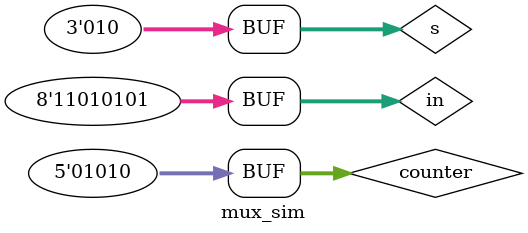
<source format=v>
`timescale 1ns / 1ps


module mux_sim;

	// Inputs
	reg [7:0] in;
	reg [2:0] s;
	reg [4:0] counter;

	// Outputs
	wire out;

	// Instantiate the Unit Under Test (UUT)
	mux81 uut (
		.in(in), 
		.s(s), 
		.out(out)
	);

	initial begin
		in = 8'b1101_0101;
		s = 3'b000;
		for (counter = 0; counter < 10; counter = counter + 1) begin
			#100; 
			s = s + 1'b1;
      end

	end
      
endmodule


</source>
